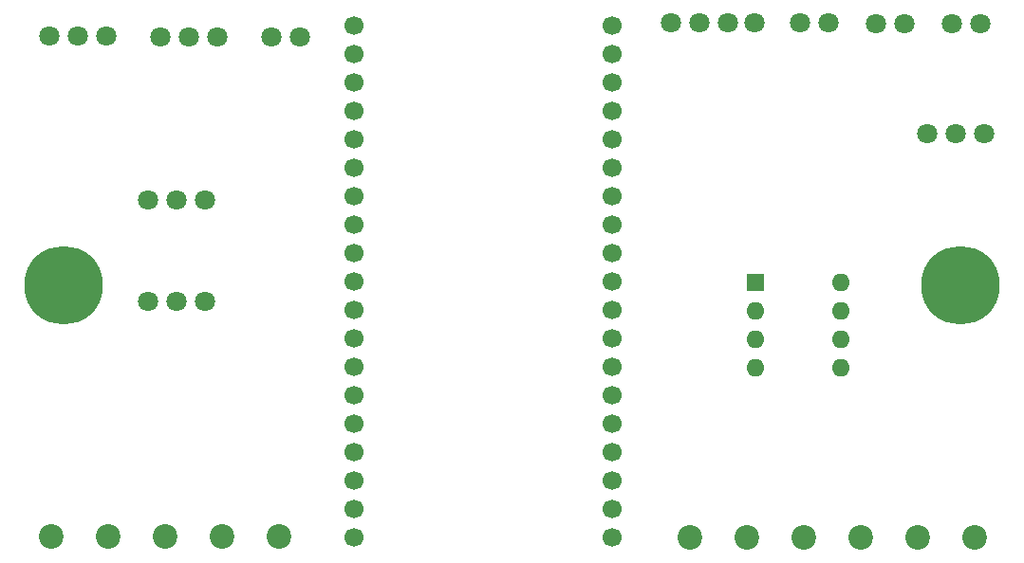
<source format=gbr>
%TF.GenerationSoftware,KiCad,Pcbnew,7.0.2*%
%TF.CreationDate,2023-07-26T08:06:31-03:00*%
%TF.ProjectId,Belliz_IOT,42656c6c-697a-45f4-994f-542e6b696361,rev?*%
%TF.SameCoordinates,Original*%
%TF.FileFunction,Soldermask,Bot*%
%TF.FilePolarity,Negative*%
%FSLAX46Y46*%
G04 Gerber Fmt 4.6, Leading zero omitted, Abs format (unit mm)*
G04 Created by KiCad (PCBNEW 7.0.2) date 2023-07-26 08:06:31*
%MOMM*%
%LPD*%
G01*
G04 APERTURE LIST*
%ADD10C,1.800000*%
%ADD11C,1.000000*%
%ADD12C,7.000000*%
%ADD13C,1.700000*%
%ADD14R,1.600000X1.600000*%
%ADD15O,1.600000X1.600000*%
%ADD16C,2.200000*%
G04 APERTURE END LIST*
D10*
%TO.C,J3*%
X127430000Y-54090000D03*
X129970000Y-54090000D03*
%TD*%
%TO.C,J2*%
X120689300Y-54062300D03*
X123229300Y-54062300D03*
%TD*%
D11*
%TO.C,REF\u002A\u002A*%
X52375000Y-77500000D03*
X53143845Y-75643845D03*
X53143845Y-79356155D03*
X55000000Y-74875000D03*
D12*
X55000000Y-77500000D03*
D11*
X55000000Y-80125000D03*
X56856155Y-75643845D03*
X56856155Y-79356155D03*
X57625000Y-77500000D03*
%TD*%
D10*
%TO.C,J14*%
X67630000Y-78940000D03*
X65090000Y-78940000D03*
X62550000Y-78940000D03*
%TD*%
D13*
%TO.C,J9*%
X80900000Y-100000000D03*
X80900000Y-97460000D03*
X80900000Y-94920000D03*
X80900000Y-92380000D03*
X80900000Y-89840000D03*
X80900000Y-87300000D03*
X80900000Y-84760000D03*
X80900000Y-82220000D03*
X80900000Y-79680000D03*
X80900000Y-77140000D03*
X80900000Y-74600000D03*
X80900000Y-72060000D03*
X80900000Y-69520000D03*
X80900000Y-66980000D03*
X80900000Y-64440000D03*
X80900000Y-61900000D03*
X80900000Y-59360000D03*
X80900000Y-56820000D03*
X80900000Y-54280000D03*
%TD*%
%TO.C,J8*%
X103900000Y-100000000D03*
X103900000Y-97460000D03*
X103900000Y-94920000D03*
X103900000Y-92380000D03*
X103900000Y-89840000D03*
X103900000Y-87300000D03*
X103900000Y-84760000D03*
X103900000Y-82220000D03*
X103900000Y-79680000D03*
X103900000Y-77140000D03*
X103900000Y-74600000D03*
X103900000Y-72060000D03*
X103900000Y-69520000D03*
X103900000Y-66980000D03*
X103900000Y-64440000D03*
X103900000Y-61900000D03*
X103900000Y-59360000D03*
X103900000Y-56820000D03*
X103900000Y-54280000D03*
%TD*%
D10*
%TO.C,J7*%
X53731250Y-55218750D03*
X56271250Y-55218750D03*
X58811250Y-55218750D03*
%TD*%
D14*
%TO.C,U1*%
X116730000Y-77250000D03*
D15*
X116730000Y-79790000D03*
X116730000Y-82330000D03*
X116730000Y-84870000D03*
X124350000Y-84870000D03*
X124350000Y-82330000D03*
X124350000Y-79790000D03*
X124350000Y-77250000D03*
%TD*%
D16*
%TO.C,J15*%
X74239700Y-99960000D03*
X69159700Y-99960000D03*
X64079700Y-99960000D03*
X58999700Y-99960000D03*
X53919700Y-99960000D03*
%TD*%
D10*
%TO.C,J6*%
X109150000Y-54070000D03*
X111690000Y-54070000D03*
X114230000Y-54070000D03*
X116670000Y-54070000D03*
%TD*%
%TO.C,J1*%
X73541250Y-55328750D03*
X76081250Y-55328750D03*
%TD*%
%TO.C,J12*%
X63641250Y-55278750D03*
X66181250Y-55278750D03*
X68721250Y-55278750D03*
%TD*%
D11*
%TO.C,REF\u002A\u002A*%
X132375000Y-77500000D03*
X133143845Y-75643845D03*
X133143845Y-79356155D03*
X135000000Y-74875000D03*
D12*
X135000000Y-77500000D03*
D11*
X135000000Y-80125000D03*
X136856155Y-75643845D03*
X136856155Y-79356155D03*
X137625000Y-77500000D03*
%TD*%
D16*
%TO.C,J10*%
X136240000Y-100000000D03*
X131160000Y-100000000D03*
X126080000Y-100000000D03*
X121000000Y-100000000D03*
X115920000Y-100000000D03*
X110840000Y-100000000D03*
%TD*%
D10*
%TO.C,J11*%
X137120000Y-63970000D03*
X134580000Y-63970000D03*
X132040000Y-63970000D03*
%TD*%
%TO.C,J4*%
X134219300Y-54092300D03*
X136759300Y-54092300D03*
%TD*%
%TO.C,J13*%
X67608800Y-69865000D03*
X65068800Y-69865000D03*
X62528800Y-69865000D03*
%TD*%
M02*

</source>
